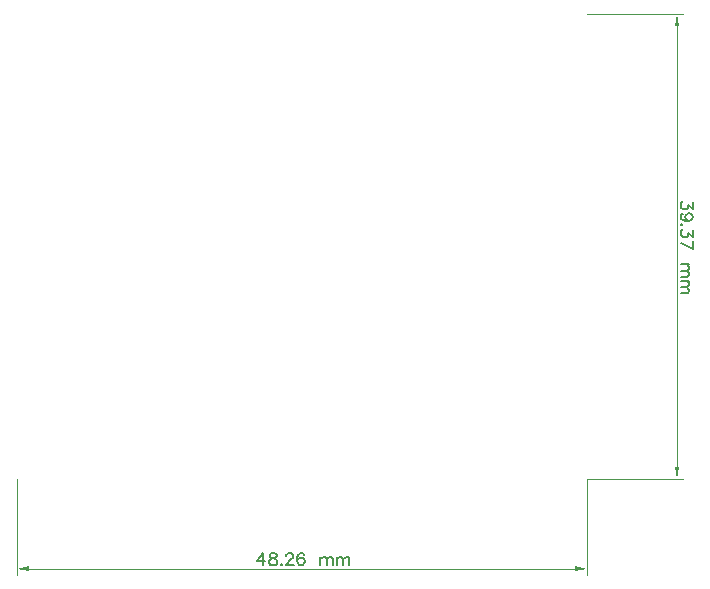
<source format=gbr>
G04 DipTrace 3.2.0.1*
G04 TopDimension.gbr*
%MOIN*%
G04 #@! TF.FileFunction,Drawing,Top*
G04 #@! TF.Part,Single*
%ADD13C,0.001378*%
%ADD51C,0.006176*%
%FSLAX26Y26*%
G04*
G70*
G90*
G75*
G01*
G04 TopDimension*
%LPD*%
X393701Y393701D2*
D13*
Y74016D1*
X2293701Y393701D2*
Y74016D1*
X1343701Y93701D2*
X433071D1*
G36*
X393701D2*
X433071Y101575D1*
Y85827D1*
X393701Y93701D1*
G37*
X1343701D2*
D13*
X2254331D1*
G36*
X2293701D2*
X2254331Y85827D1*
Y101575D1*
X2293701Y93701D1*
G37*
Y1943701D2*
D13*
X2613386D1*
X2293701Y393701D2*
X2613386D1*
X2593701Y1168701D2*
Y1904331D1*
G36*
Y1943701D2*
X2601575Y1904331D1*
X2585827D1*
X2593701Y1943701D1*
G37*
Y1168701D2*
D13*
Y433071D1*
G36*
Y393701D2*
X2585827Y433071D1*
X2601575D1*
X2593701Y393701D1*
G37*
X1211833Y105912D2*
D51*
Y146059D1*
X1192688Y119309D1*
X1221384D1*
X1243286Y146059D2*
X1237582Y144158D1*
X1235637Y140356D1*
Y136509D1*
X1237582Y132706D1*
X1241385Y130761D1*
X1249034Y128859D1*
X1254782Y126958D1*
X1258585Y123111D1*
X1260486Y119309D1*
Y113561D1*
X1258585Y109758D1*
X1256683Y107813D1*
X1250935Y105912D1*
X1243286D1*
X1237582Y107813D1*
X1235637Y109758D1*
X1233735Y113561D1*
Y119309D1*
X1235637Y123111D1*
X1239483Y126958D1*
X1245187Y128859D1*
X1252837Y130761D1*
X1256683Y132706D1*
X1258585Y136509D1*
Y140356D1*
X1256683Y144158D1*
X1250935Y146059D1*
X1243286D1*
X1274739Y109758D2*
X1272837Y107813D1*
X1274739Y105912D1*
X1276684Y107813D1*
X1274739Y109758D1*
X1290981Y136509D2*
Y138410D1*
X1292882Y142257D1*
X1294783Y144158D1*
X1298630Y146059D1*
X1306280D1*
X1310082Y144158D1*
X1311983Y142257D1*
X1313929Y138410D1*
Y134607D1*
X1311983Y130761D1*
X1308181Y125057D1*
X1289035Y105912D1*
X1315830D1*
X1351129Y140356D2*
X1349228Y144158D1*
X1343480Y146059D1*
X1339678D1*
X1333930Y144158D1*
X1330083Y138410D1*
X1328181Y128859D1*
Y119309D1*
X1330083Y111660D1*
X1333930Y107813D1*
X1339678Y105912D1*
X1341579D1*
X1347283Y107813D1*
X1351129Y111660D1*
X1353031Y117408D1*
Y119309D1*
X1351129Y125057D1*
X1347283Y128859D1*
X1341579Y130761D1*
X1339678D1*
X1333930Y128859D1*
X1330083Y125057D1*
X1328181Y119309D1*
X1404263Y132706D2*
Y105912D1*
Y125057D2*
X1410011Y130805D1*
X1413858Y132706D1*
X1419561D1*
X1423408Y130805D1*
X1425309Y125057D1*
Y105912D1*
Y125057D2*
X1431057Y130805D1*
X1434904Y132706D1*
X1440608D1*
X1444455Y130805D1*
X1446400Y125057D1*
Y105912D1*
X1458752Y132706D2*
Y105912D1*
Y125057D2*
X1464500Y130805D1*
X1468347Y132706D1*
X1474050D1*
X1477897Y130805D1*
X1479798Y125057D1*
Y105912D1*
Y125057D2*
X1485546Y130805D1*
X1489393Y132706D1*
X1495097D1*
X1498944Y130805D1*
X1500889Y125057D1*
Y105912D1*
X2646059Y1314960D2*
Y1293958D1*
X2630761Y1305410D1*
Y1299662D1*
X2628859Y1295859D1*
X2626958Y1293958D1*
X2621210Y1292012D1*
X2617408D1*
X2611660Y1293958D1*
X2607813Y1297760D1*
X2605912Y1303508D1*
Y1309257D1*
X2607813Y1314960D1*
X2609758Y1316862D1*
X2613561Y1318807D1*
X2632706Y1254768D2*
X2626958Y1256713D1*
X2623111Y1260516D1*
X2621210Y1266264D1*
Y1268165D1*
X2623111Y1273913D1*
X2626958Y1277716D1*
X2632706Y1279661D1*
X2634607D1*
X2640356Y1277716D1*
X2644158Y1273913D1*
X2646059Y1268165D1*
Y1266264D1*
X2644158Y1260516D1*
X2640356Y1256713D1*
X2632706Y1254768D1*
X2623111D1*
X2613561Y1256713D1*
X2607813Y1260516D1*
X2605912Y1266264D1*
Y1270066D1*
X2607813Y1275814D1*
X2611660Y1277716D1*
X2609758Y1240515D2*
X2607813Y1242416D1*
X2605912Y1240515D1*
X2607813Y1238569D1*
X2609758Y1240515D1*
X2646059Y1222371D2*
Y1201369D1*
X2630761Y1212821D1*
Y1207073D1*
X2628859Y1203270D1*
X2626958Y1201369D1*
X2621210Y1199423D1*
X2617408D1*
X2611660Y1201369D1*
X2607813Y1205171D1*
X2605912Y1210919D1*
Y1216667D1*
X2607813Y1222371D1*
X2609758Y1224273D1*
X2613561Y1226218D1*
X2605912Y1179423D2*
X2646059Y1160277D1*
Y1187072D1*
X2632706Y1109045D2*
X2605912D1*
X2625057D2*
X2630805Y1103297D1*
X2632706Y1099450D1*
Y1093747D1*
X2630805Y1089900D1*
X2625057Y1087999D1*
X2605912D1*
X2625057D2*
X2630805Y1082250D1*
X2632706Y1078404D1*
Y1072700D1*
X2630805Y1068853D1*
X2625057Y1066908D1*
X2605912D1*
X2632706Y1054556D2*
X2605912D1*
X2625057D2*
X2630805Y1048808D1*
X2632706Y1044961D1*
Y1039258D1*
X2630805Y1035411D1*
X2625057Y1033510D1*
X2605912D1*
X2625057D2*
X2630805Y1027762D1*
X2632706Y1023915D1*
Y1018211D1*
X2630805Y1014364D1*
X2625057Y1012419D1*
X2605912D1*
M02*

</source>
